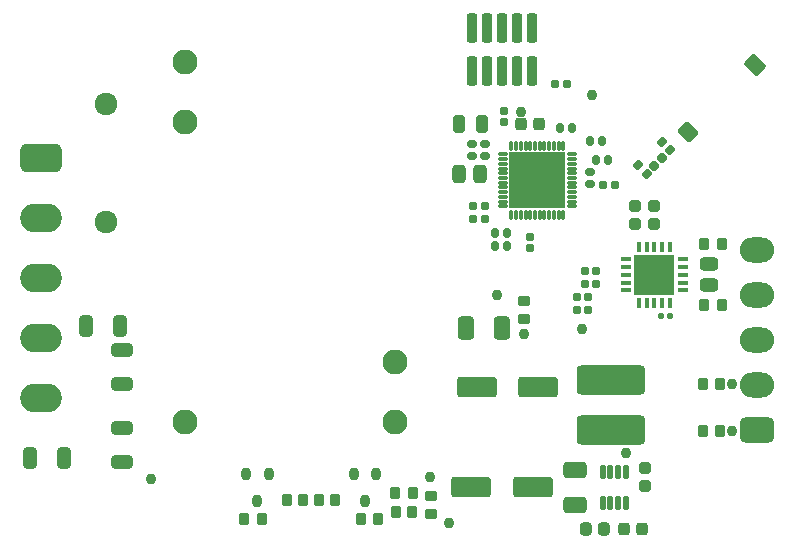
<source format=gts>
G04 Layer_Color=8388736*
%FSLAX44Y44*%
%MOMM*%
G71*
G01*
G75*
%ADD74C,0.9200*%
G04:AMPARAMS|DCode=75|XSize=0.72mm|YSize=0.72mm|CornerRadius=0.135mm|HoleSize=0mm|Usage=FLASHONLY|Rotation=90.000|XOffset=0mm|YOffset=0mm|HoleType=Round|Shape=RoundedRectangle|*
%AMROUNDEDRECTD75*
21,1,0.7200,0.4500,0,0,90.0*
21,1,0.4500,0.7200,0,0,90.0*
1,1,0.2700,0.2250,0.2250*
1,1,0.2700,0.2250,-0.2250*
1,1,0.2700,-0.2250,-0.2250*
1,1,0.2700,-0.2250,0.2250*
%
%ADD75ROUNDEDRECTD75*%
G04:AMPARAMS|DCode=76|XSize=0.77mm|YSize=0.97mm|CornerRadius=0.2225mm|HoleSize=0mm|Usage=FLASHONLY|Rotation=0.000|XOffset=0mm|YOffset=0mm|HoleType=Round|Shape=RoundedRectangle|*
%AMROUNDEDRECTD76*
21,1,0.7700,0.5250,0,0,0.0*
21,1,0.3250,0.9700,0,0,0.0*
1,1,0.4450,0.1625,-0.2625*
1,1,0.4450,-0.1625,-0.2625*
1,1,0.4450,-0.1625,0.2625*
1,1,0.4450,0.1625,0.2625*
%
%ADD76ROUNDEDRECTD76*%
G04:AMPARAMS|DCode=77|XSize=2.52mm|YSize=0.92mm|CornerRadius=0.26mm|HoleSize=0mm|Usage=FLASHONLY|Rotation=270.000|XOffset=0mm|YOffset=0mm|HoleType=Round|Shape=RoundedRectangle|*
%AMROUNDEDRECTD77*
21,1,2.5200,0.4000,0,0,270.0*
21,1,2.0000,0.9200,0,0,270.0*
1,1,0.5200,-0.2000,-1.0000*
1,1,0.5200,-0.2000,1.0000*
1,1,0.5200,0.2000,1.0000*
1,1,0.5200,0.2000,-1.0000*
%
%ADD77ROUNDEDRECTD77*%
G04:AMPARAMS|DCode=78|XSize=0.4mm|YSize=0.9mm|CornerRadius=0.095mm|HoleSize=0mm|Usage=FLASHONLY|Rotation=270.000|XOffset=0mm|YOffset=0mm|HoleType=Round|Shape=RoundedRectangle|*
%AMROUNDEDRECTD78*
21,1,0.4000,0.7100,0,0,270.0*
21,1,0.2100,0.9000,0,0,270.0*
1,1,0.1900,-0.3550,-0.1050*
1,1,0.1900,-0.3550,0.1050*
1,1,0.1900,0.3550,0.1050*
1,1,0.1900,0.3550,-0.1050*
%
%ADD78ROUNDEDRECTD78*%
G04:AMPARAMS|DCode=79|XSize=0.4mm|YSize=0.9mm|CornerRadius=0.095mm|HoleSize=0mm|Usage=FLASHONLY|Rotation=180.000|XOffset=0mm|YOffset=0mm|HoleType=Round|Shape=RoundedRectangle|*
%AMROUNDEDRECTD79*
21,1,0.4000,0.7100,0,0,180.0*
21,1,0.2100,0.9000,0,0,180.0*
1,1,0.1900,-0.1050,0.3550*
1,1,0.1900,0.1050,0.3550*
1,1,0.1900,0.1050,-0.3550*
1,1,0.1900,-0.1050,-0.3550*
%
%ADD79ROUNDEDRECTD79*%
%ADD80R,3.3500X3.3500*%
G04:AMPARAMS|DCode=81|XSize=0.48mm|YSize=1.16mm|CornerRadius=0.135mm|HoleSize=0mm|Usage=FLASHONLY|Rotation=0.000|XOffset=0mm|YOffset=0mm|HoleType=Round|Shape=RoundedRectangle|*
%AMROUNDEDRECTD81*
21,1,0.4800,0.8900,0,0,0.0*
21,1,0.2100,1.1600,0,0,0.0*
1,1,0.2700,0.1050,-0.4450*
1,1,0.2700,-0.1050,-0.4450*
1,1,0.2700,-0.1050,0.4450*
1,1,0.2700,0.1050,0.4450*
%
%ADD81ROUNDEDRECTD81*%
G04:AMPARAMS|DCode=82|XSize=1.02mm|YSize=0.92mm|CornerRadius=0.26mm|HoleSize=0mm|Usage=FLASHONLY|Rotation=90.000|XOffset=0mm|YOffset=0mm|HoleType=Round|Shape=RoundedRectangle|*
%AMROUNDEDRECTD82*
21,1,1.0200,0.4000,0,0,90.0*
21,1,0.5000,0.9200,0,0,90.0*
1,1,0.5200,0.2000,0.2500*
1,1,0.5200,0.2000,-0.2500*
1,1,0.5200,-0.2000,-0.2500*
1,1,0.5200,-0.2000,0.2500*
%
%ADD82ROUNDEDRECTD82*%
G04:AMPARAMS|DCode=83|XSize=0.72mm|YSize=0.72mm|CornerRadius=0.135mm|HoleSize=0mm|Usage=FLASHONLY|Rotation=135.000|XOffset=0mm|YOffset=0mm|HoleType=Round|Shape=RoundedRectangle|*
%AMROUNDEDRECTD83*
21,1,0.7200,0.4500,0,0,135.0*
21,1,0.4500,0.7200,0,0,135.0*
1,1,0.2700,0.0000,0.3182*
1,1,0.2700,0.3182,0.0000*
1,1,0.2700,0.0000,-0.3182*
1,1,0.2700,-0.3182,0.0000*
%
%ADD83ROUNDEDRECTD83*%
G04:AMPARAMS|DCode=84|XSize=0.72mm|YSize=0.72mm|CornerRadius=0.135mm|HoleSize=0mm|Usage=FLASHONLY|Rotation=180.000|XOffset=0mm|YOffset=0mm|HoleType=Round|Shape=RoundedRectangle|*
%AMROUNDEDRECTD84*
21,1,0.7200,0.4500,0,0,180.0*
21,1,0.4500,0.7200,0,0,180.0*
1,1,0.2700,-0.2250,0.2250*
1,1,0.2700,0.2250,0.2250*
1,1,0.2700,0.2250,-0.2250*
1,1,0.2700,-0.2250,-0.2250*
%
%ADD84ROUNDEDRECTD84*%
G04:AMPARAMS|DCode=85|XSize=1.82mm|YSize=1.17mm|CornerRadius=0.3225mm|HoleSize=0mm|Usage=FLASHONLY|Rotation=0.000|XOffset=0mm|YOffset=0mm|HoleType=Round|Shape=RoundedRectangle|*
%AMROUNDEDRECTD85*
21,1,1.8200,0.5250,0,0,0.0*
21,1,1.1750,1.1700,0,0,0.0*
1,1,0.6450,0.5875,-0.2625*
1,1,0.6450,-0.5875,-0.2625*
1,1,0.6450,-0.5875,0.2625*
1,1,0.6450,0.5875,0.2625*
%
%ADD85ROUNDEDRECTD85*%
G04:AMPARAMS|DCode=86|XSize=1.82mm|YSize=1.17mm|CornerRadius=0.3225mm|HoleSize=0mm|Usage=FLASHONLY|Rotation=90.000|XOffset=0mm|YOffset=0mm|HoleType=Round|Shape=RoundedRectangle|*
%AMROUNDEDRECTD86*
21,1,1.8200,0.5250,0,0,90.0*
21,1,1.1750,1.1700,0,0,90.0*
1,1,0.6450,0.2625,0.5875*
1,1,0.6450,0.2625,-0.5875*
1,1,0.6450,-0.2625,-0.5875*
1,1,0.6450,-0.2625,0.5875*
%
%ADD86ROUNDEDRECTD86*%
G04:AMPARAMS|DCode=87|XSize=1.02mm|YSize=0.92mm|CornerRadius=0.26mm|HoleSize=0mm|Usage=FLASHONLY|Rotation=180.000|XOffset=0mm|YOffset=0mm|HoleType=Round|Shape=RoundedRectangle|*
%AMROUNDEDRECTD87*
21,1,1.0200,0.4000,0,0,180.0*
21,1,0.5000,0.9200,0,0,180.0*
1,1,0.5200,-0.2500,0.2000*
1,1,0.5200,0.2500,0.2000*
1,1,0.5200,0.2500,-0.2000*
1,1,0.5200,-0.2500,-0.2000*
%
%ADD87ROUNDEDRECTD87*%
G04:AMPARAMS|DCode=88|XSize=1.12mm|YSize=1.02mm|CornerRadius=0.285mm|HoleSize=0mm|Usage=FLASHONLY|Rotation=90.000|XOffset=0mm|YOffset=0mm|HoleType=Round|Shape=RoundedRectangle|*
%AMROUNDEDRECTD88*
21,1,1.1200,0.4500,0,0,90.0*
21,1,0.5500,1.0200,0,0,90.0*
1,1,0.5700,0.2250,0.2750*
1,1,0.5700,0.2250,-0.2750*
1,1,0.5700,-0.2250,-0.2750*
1,1,0.5700,-0.2250,0.2750*
%
%ADD88ROUNDEDRECTD88*%
G04:AMPARAMS|DCode=89|XSize=0.74mm|YSize=0.68mm|CornerRadius=0.2mm|HoleSize=0mm|Usage=FLASHONLY|Rotation=0.000|XOffset=0mm|YOffset=0mm|HoleType=Round|Shape=RoundedRectangle|*
%AMROUNDEDRECTD89*
21,1,0.7400,0.2800,0,0,0.0*
21,1,0.3400,0.6800,0,0,0.0*
1,1,0.4000,0.1700,-0.1400*
1,1,0.4000,-0.1700,-0.1400*
1,1,0.4000,-0.1700,0.1400*
1,1,0.4000,0.1700,0.1400*
%
%ADD89ROUNDEDRECTD89*%
G04:AMPARAMS|DCode=90|XSize=1.54mm|YSize=1.01mm|CornerRadius=0.2825mm|HoleSize=0mm|Usage=FLASHONLY|Rotation=270.000|XOffset=0mm|YOffset=0mm|HoleType=Round|Shape=RoundedRectangle|*
%AMROUNDEDRECTD90*
21,1,1.5400,0.4450,0,0,270.0*
21,1,0.9750,1.0100,0,0,270.0*
1,1,0.5650,-0.2225,-0.4875*
1,1,0.5650,-0.2225,0.4875*
1,1,0.5650,0.2225,0.4875*
1,1,0.5650,0.2225,-0.4875*
%
%ADD90ROUNDEDRECTD90*%
G04:AMPARAMS|DCode=91|XSize=0.74mm|YSize=0.68mm|CornerRadius=0.2mm|HoleSize=0mm|Usage=FLASHONLY|Rotation=90.000|XOffset=0mm|YOffset=0mm|HoleType=Round|Shape=RoundedRectangle|*
%AMROUNDEDRECTD91*
21,1,0.7400,0.2800,0,0,90.0*
21,1,0.3400,0.6800,0,0,90.0*
1,1,0.4000,0.1400,0.1700*
1,1,0.4000,0.1400,-0.1700*
1,1,0.4000,-0.1400,-0.1700*
1,1,0.4000,-0.1400,0.1700*
%
%ADD91ROUNDEDRECTD91*%
G04:AMPARAMS|DCode=92|XSize=5.82mm|YSize=2.47mm|CornerRadius=0.3538mm|HoleSize=0mm|Usage=FLASHONLY|Rotation=180.000|XOffset=0mm|YOffset=0mm|HoleType=Round|Shape=RoundedRectangle|*
%AMROUNDEDRECTD92*
21,1,5.8200,1.7625,0,0,180.0*
21,1,5.1125,2.4700,0,0,180.0*
1,1,0.7075,-2.5562,0.8812*
1,1,0.7075,2.5562,0.8812*
1,1,0.7075,2.5562,-0.8812*
1,1,0.7075,-2.5562,-0.8812*
%
%ADD92ROUNDEDRECTD92*%
%ADD93R,4.7000X4.7000*%
G04:AMPARAMS|DCode=94|XSize=0.3mm|YSize=0.8mm|CornerRadius=0.1mm|HoleSize=0mm|Usage=FLASHONLY|Rotation=0.000|XOffset=0mm|YOffset=0mm|HoleType=Round|Shape=RoundedRectangle|*
%AMROUNDEDRECTD94*
21,1,0.3000,0.6000,0,0,0.0*
21,1,0.1000,0.8000,0,0,0.0*
1,1,0.2000,0.0500,-0.3000*
1,1,0.2000,-0.0500,-0.3000*
1,1,0.2000,-0.0500,0.3000*
1,1,0.2000,0.0500,0.3000*
%
%ADD94ROUNDEDRECTD94*%
G04:AMPARAMS|DCode=95|XSize=0.3mm|YSize=0.8mm|CornerRadius=0.1mm|HoleSize=0mm|Usage=FLASHONLY|Rotation=90.000|XOffset=0mm|YOffset=0mm|HoleType=Round|Shape=RoundedRectangle|*
%AMROUNDEDRECTD95*
21,1,0.3000,0.6000,0,0,90.0*
21,1,0.1000,0.8000,0,0,90.0*
1,1,0.2000,0.3000,0.0500*
1,1,0.2000,0.3000,-0.0500*
1,1,0.2000,-0.3000,-0.0500*
1,1,0.2000,-0.3000,0.0500*
%
%ADD95ROUNDEDRECTD95*%
G04:AMPARAMS|DCode=96|XSize=1.07mm|YSize=0.97mm|CornerRadius=0.2725mm|HoleSize=0mm|Usage=FLASHONLY|Rotation=180.000|XOffset=0mm|YOffset=0mm|HoleType=Round|Shape=RoundedRectangle|*
%AMROUNDEDRECTD96*
21,1,1.0700,0.4250,0,0,180.0*
21,1,0.5250,0.9700,0,0,180.0*
1,1,0.5450,-0.2625,0.2125*
1,1,0.5450,0.2625,0.2125*
1,1,0.5450,0.2625,-0.2125*
1,1,0.5450,-0.2625,-0.2125*
%
%ADD96ROUNDEDRECTD96*%
G04:AMPARAMS|DCode=97|XSize=1.57mm|YSize=1.12mm|CornerRadius=0.31mm|HoleSize=0mm|Usage=FLASHONLY|Rotation=180.000|XOffset=0mm|YOffset=0mm|HoleType=Round|Shape=RoundedRectangle|*
%AMROUNDEDRECTD97*
21,1,1.5700,0.5000,0,0,180.0*
21,1,0.9500,1.1200,0,0,180.0*
1,1,0.6200,-0.4750,0.2500*
1,1,0.6200,0.4750,0.2500*
1,1,0.6200,0.4750,-0.2500*
1,1,0.6200,-0.4750,-0.2500*
%
%ADD97ROUNDEDRECTD97*%
G04:AMPARAMS|DCode=98|XSize=0.77mm|YSize=0.67mm|CornerRadius=0.1975mm|HoleSize=0mm|Usage=FLASHONLY|Rotation=90.000|XOffset=0mm|YOffset=0mm|HoleType=Round|Shape=RoundedRectangle|*
%AMROUNDEDRECTD98*
21,1,0.7700,0.2750,0,0,90.0*
21,1,0.3750,0.6700,0,0,90.0*
1,1,0.3950,0.1375,0.1875*
1,1,0.3950,0.1375,-0.1875*
1,1,0.3950,-0.1375,-0.1875*
1,1,0.3950,-0.1375,0.1875*
%
%ADD98ROUNDEDRECTD98*%
G04:AMPARAMS|DCode=99|XSize=1.57mm|YSize=1.12mm|CornerRadius=0.31mm|HoleSize=0mm|Usage=FLASHONLY|Rotation=270.000|XOffset=0mm|YOffset=0mm|HoleType=Round|Shape=RoundedRectangle|*
%AMROUNDEDRECTD99*
21,1,1.5700,0.5000,0,0,270.0*
21,1,0.9500,1.1200,0,0,270.0*
1,1,0.6200,-0.2500,-0.4750*
1,1,0.6200,-0.2500,0.4750*
1,1,0.6200,0.2500,0.4750*
1,1,0.6200,0.2500,-0.4750*
%
%ADD99ROUNDEDRECTD99*%
G04:AMPARAMS|DCode=100|XSize=0.77mm|YSize=0.67mm|CornerRadius=0.1975mm|HoleSize=0mm|Usage=FLASHONLY|Rotation=0.000|XOffset=0mm|YOffset=0mm|HoleType=Round|Shape=RoundedRectangle|*
%AMROUNDEDRECTD100*
21,1,0.7700,0.2750,0,0,0.0*
21,1,0.3750,0.6700,0,0,0.0*
1,1,0.3950,0.1875,-0.1375*
1,1,0.3950,-0.1875,-0.1375*
1,1,0.3950,-0.1875,0.1375*
1,1,0.3950,0.1875,0.1375*
%
%ADD100ROUNDEDRECTD100*%
G04:AMPARAMS|DCode=101|XSize=1.07mm|YSize=0.97mm|CornerRadius=0.2725mm|HoleSize=0mm|Usage=FLASHONLY|Rotation=90.000|XOffset=0mm|YOffset=0mm|HoleType=Round|Shape=RoundedRectangle|*
%AMROUNDEDRECTD101*
21,1,1.0700,0.4250,0,0,90.0*
21,1,0.5250,0.9700,0,0,90.0*
1,1,0.5450,0.2125,0.2625*
1,1,0.5450,0.2125,-0.2625*
1,1,0.5450,-0.2125,-0.2625*
1,1,0.5450,-0.2125,0.2625*
%
%ADD101ROUNDEDRECTD101*%
G04:AMPARAMS|DCode=102|XSize=0.77mm|YSize=0.67mm|CornerRadius=0.1975mm|HoleSize=0mm|Usage=FLASHONLY|Rotation=225.000|XOffset=0mm|YOffset=0mm|HoleType=Round|Shape=RoundedRectangle|*
%AMROUNDEDRECTD102*
21,1,0.7700,0.2750,0,0,225.0*
21,1,0.3750,0.6700,0,0,225.0*
1,1,0.3950,-0.2298,-0.0353*
1,1,0.3950,0.0353,0.2298*
1,1,0.3950,0.2298,0.0353*
1,1,0.3950,-0.0353,-0.2298*
%
%ADD102ROUNDEDRECTD102*%
G04:AMPARAMS|DCode=103|XSize=1.77mm|YSize=3.47mm|CornerRadius=0.39mm|HoleSize=0mm|Usage=FLASHONLY|Rotation=270.000|XOffset=0mm|YOffset=0mm|HoleType=Round|Shape=RoundedRectangle|*
%AMROUNDEDRECTD103*
21,1,1.7700,2.6900,0,0,270.0*
21,1,0.9900,3.4700,0,0,270.0*
1,1,0.7800,-1.3450,-0.4950*
1,1,0.7800,-1.3450,0.4950*
1,1,0.7800,1.3450,0.4950*
1,1,0.7800,1.3450,-0.4950*
%
%ADD103ROUNDEDRECTD103*%
G04:AMPARAMS|DCode=104|XSize=2.02mm|YSize=1.42mm|CornerRadius=0.385mm|HoleSize=0mm|Usage=FLASHONLY|Rotation=270.000|XOffset=0mm|YOffset=0mm|HoleType=Round|Shape=RoundedRectangle|*
%AMROUNDEDRECTD104*
21,1,2.0200,0.6500,0,0,270.0*
21,1,1.2500,1.4200,0,0,270.0*
1,1,0.7700,-0.3250,-0.6250*
1,1,0.7700,-0.3250,0.6250*
1,1,0.7700,0.3250,0.6250*
1,1,0.7700,0.3250,-0.6250*
%
%ADD104ROUNDEDRECTD104*%
G04:AMPARAMS|DCode=105|XSize=2.02mm|YSize=1.42mm|CornerRadius=0.385mm|HoleSize=0mm|Usage=FLASHONLY|Rotation=180.000|XOffset=0mm|YOffset=0mm|HoleType=Round|Shape=RoundedRectangle|*
%AMROUNDEDRECTD105*
21,1,2.0200,0.6500,0,0,180.0*
21,1,1.2500,1.4200,0,0,180.0*
1,1,0.7700,-0.6250,0.3250*
1,1,0.7700,0.6250,0.3250*
1,1,0.7700,0.6250,-0.3250*
1,1,0.7700,-0.6250,-0.3250*
%
%ADD105ROUNDEDRECTD105*%
G04:AMPARAMS|DCode=106|XSize=1.3mm|YSize=1.6mm|CornerRadius=0.23mm|HoleSize=0mm|Usage=FLASHONLY|Rotation=225.000|XOffset=0mm|YOffset=0mm|HoleType=Round|Shape=RoundedRectangle|*
%AMROUNDEDRECTD106*
21,1,1.3000,1.1400,0,0,225.0*
21,1,0.8400,1.6000,0,0,225.0*
1,1,0.4600,-0.7000,0.1061*
1,1,0.4600,-0.1061,0.7000*
1,1,0.4600,0.7000,-0.1061*
1,1,0.4600,0.1061,-0.7000*
%
%ADD106ROUNDEDRECTD106*%
G04:AMPARAMS|DCode=107|XSize=1.3mm|YSize=1.5mm|CornerRadius=0.26mm|HoleSize=0mm|Usage=FLASHONLY|Rotation=225.000|XOffset=0mm|YOffset=0mm|HoleType=Round|Shape=RoundedRectangle|*
%AMROUNDEDRECTD107*
21,1,1.3000,0.9800,0,0,225.0*
21,1,0.7800,1.5000,0,0,225.0*
1,1,0.5200,-0.6223,0.0707*
1,1,0.5200,-0.0707,0.6223*
1,1,0.5200,0.6223,-0.0707*
1,1,0.5200,0.0707,-0.6223*
%
%ADD107ROUNDEDRECTD107*%
G04:AMPARAMS|DCode=108|XSize=2.42mm|YSize=3.52mm|CornerRadius=0.52mm|HoleSize=0mm|Usage=FLASHONLY|Rotation=270.000|XOffset=0mm|YOffset=0mm|HoleType=Round|Shape=RoundedRectangle|*
%AMROUNDEDRECTD108*
21,1,2.4200,2.4800,0,0,270.0*
21,1,1.3800,3.5200,0,0,270.0*
1,1,1.0400,-1.2400,-0.6900*
1,1,1.0400,-1.2400,0.6900*
1,1,1.0400,1.2400,0.6900*
1,1,1.0400,1.2400,-0.6900*
%
%ADD108ROUNDEDRECTD108*%
%ADD109O,3.5200X2.4200*%
G04:AMPARAMS|DCode=110|XSize=2.12mm|YSize=2.92mm|CornerRadius=0.46mm|HoleSize=0mm|Usage=FLASHONLY|Rotation=90.000|XOffset=0mm|YOffset=0mm|HoleType=Round|Shape=RoundedRectangle|*
%AMROUNDEDRECTD110*
21,1,2.1200,2.0000,0,0,90.0*
21,1,1.2000,2.9200,0,0,90.0*
1,1,0.9200,1.0000,0.6000*
1,1,0.9200,1.0000,-0.6000*
1,1,0.9200,-1.0000,-0.6000*
1,1,0.9200,-1.0000,0.6000*
%
%ADD110ROUNDEDRECTD110*%
%ADD111O,2.9200X2.1200*%
%ADD112C,2.1200*%
%ADD113C,1.9200*%
%ADD114C,0.1200*%
%ADD115C,0.5700*%
D74*
X441500Y368000D02*
D03*
X420500Y213000D02*
D03*
X380500Y20000D02*
D03*
X364500Y59000D02*
D03*
X444000Y179500D02*
D03*
X530500Y79500D02*
D03*
X493000Y184000D02*
D03*
X127500Y57500D02*
D03*
X619500Y98000D02*
D03*
X620000Y137500D02*
D03*
X501500Y382000D02*
D03*
D75*
X400700Y277500D02*
D03*
X410300D02*
D03*
X400700Y288500D02*
D03*
X410300D02*
D03*
X497798Y200492D02*
D03*
X488198D02*
D03*
X497798Y211495D02*
D03*
X488198D02*
D03*
X495197Y222498D02*
D03*
X504797D02*
D03*
Y233500D02*
D03*
X495197D02*
D03*
X479800Y392000D02*
D03*
X470200D02*
D03*
D76*
X309000Y38750D02*
D03*
X318500Y61250D02*
D03*
X299500D02*
D03*
X208500D02*
D03*
X227500D02*
D03*
X218000Y38750D02*
D03*
D77*
X399600Y403000D02*
D03*
Y439000D02*
D03*
X412300Y403000D02*
D03*
Y439000D02*
D03*
X425000Y403000D02*
D03*
Y439000D02*
D03*
X437700Y403000D02*
D03*
Y439000D02*
D03*
X450400Y403000D02*
D03*
Y439000D02*
D03*
D78*
X578000Y217000D02*
D03*
Y223500D02*
D03*
Y230000D02*
D03*
Y236500D02*
D03*
Y243000D02*
D03*
X530000D02*
D03*
Y236500D02*
D03*
Y230000D02*
D03*
Y223500D02*
D03*
Y217000D02*
D03*
D79*
X567000Y254000D02*
D03*
X560500D02*
D03*
X554000D02*
D03*
X547500D02*
D03*
X541000D02*
D03*
Y206000D02*
D03*
X547500D02*
D03*
X554000D02*
D03*
X560500D02*
D03*
X567000D02*
D03*
D80*
X554000Y230000D02*
D03*
D81*
X516750Y37000D02*
D03*
X529750D02*
D03*
X523250D02*
D03*
X510250D02*
D03*
X529750Y63000D02*
D03*
X510250Y63000D02*
D03*
X516750D02*
D03*
X523250Y63000D02*
D03*
D82*
X611497Y256000D02*
D03*
X596497D02*
D03*
X611497Y204498D02*
D03*
X596497D02*
D03*
X221500Y23000D02*
D03*
X206500D02*
D03*
X305500D02*
D03*
X320500D02*
D03*
X595000Y137500D02*
D03*
X610000D02*
D03*
X595000Y97500D02*
D03*
X610000D02*
D03*
X349500Y45503D02*
D03*
X334500D02*
D03*
X257000Y39000D02*
D03*
X243000D02*
D03*
X284000D02*
D03*
X270000D02*
D03*
X335000Y29000D02*
D03*
X349000D02*
D03*
D83*
X560894Y328794D02*
D03*
X554106Y322006D02*
D03*
D84*
X449000Y252700D02*
D03*
Y262300D02*
D03*
D85*
X103000Y100250D02*
D03*
Y71750D02*
D03*
X103000Y166250D02*
D03*
Y137750D02*
D03*
D86*
X54250Y75000D02*
D03*
X25750D02*
D03*
X101753Y187000D02*
D03*
X73253D02*
D03*
D87*
X444000Y192500D02*
D03*
X444000Y207500D02*
D03*
X365000Y42500D02*
D03*
Y27500D02*
D03*
D88*
X496500Y15000D02*
D03*
X511500D02*
D03*
D89*
X427000Y369000D02*
D03*
Y359000D02*
D03*
D90*
X408097Y357505D02*
D03*
X388897D02*
D03*
D91*
X520500Y306400D02*
D03*
X510500D02*
D03*
D92*
X517500Y99000D02*
D03*
X517500Y141000D02*
D03*
D93*
X455000Y310000D02*
D03*
D94*
X433000Y339000D02*
D03*
X437000D02*
D03*
X441000D02*
D03*
X445000D02*
D03*
X449000D02*
D03*
X453000D02*
D03*
X457000D02*
D03*
X461000D02*
D03*
X465000D02*
D03*
X469000D02*
D03*
X473000D02*
D03*
X477000D02*
D03*
X477000Y281000D02*
D03*
X473000D02*
D03*
X469000D02*
D03*
X465000D02*
D03*
X461000D02*
D03*
X457000D02*
D03*
X453000D02*
D03*
X449000D02*
D03*
X445000D02*
D03*
X441000D02*
D03*
X437000D02*
D03*
X433000D02*
D03*
D95*
X484000Y332000D02*
D03*
Y328000D02*
D03*
Y324000D02*
D03*
Y320000D02*
D03*
Y316000D02*
D03*
Y312000D02*
D03*
Y308000D02*
D03*
Y304000D02*
D03*
Y300000D02*
D03*
Y296000D02*
D03*
Y292000D02*
D03*
Y288000D02*
D03*
X426000Y288000D02*
D03*
Y292000D02*
D03*
Y296000D02*
D03*
Y300000D02*
D03*
Y304000D02*
D03*
Y308000D02*
D03*
Y312000D02*
D03*
X426000Y316000D02*
D03*
X426000Y320000D02*
D03*
Y324000D02*
D03*
Y328000D02*
D03*
Y332000D02*
D03*
D96*
X537998Y273002D02*
D03*
X537998Y288002D02*
D03*
X554000D02*
D03*
Y273002D02*
D03*
X546000Y51500D02*
D03*
Y66500D02*
D03*
D97*
X600000Y239000D02*
D03*
Y221000D02*
D03*
D98*
X505000Y327503D02*
D03*
X515000D02*
D03*
X509500Y343500D02*
D03*
X499500D02*
D03*
X474000Y354502D02*
D03*
X484000D02*
D03*
X419000Y254495D02*
D03*
X429000D02*
D03*
X419000Y265497D02*
D03*
X429000D02*
D03*
D99*
X406500Y315000D02*
D03*
X388500D02*
D03*
D100*
X410498Y331003D02*
D03*
Y341003D02*
D03*
X399495Y331003D02*
D03*
Y341003D02*
D03*
X499500Y316800D02*
D03*
Y306800D02*
D03*
D101*
X441500Y358000D02*
D03*
X456500D02*
D03*
X543503Y15000D02*
D03*
X528503D02*
D03*
D102*
X560465Y342536D02*
D03*
X567536Y335465D02*
D03*
X540664Y322735D02*
D03*
X547735Y315665D02*
D03*
D103*
X404000Y135000D02*
D03*
X456000D02*
D03*
X399000Y50000D02*
D03*
X451000Y50000D02*
D03*
D104*
X425000Y185000D02*
D03*
X395000D02*
D03*
D105*
X486502Y65000D02*
D03*
X486502Y35000D02*
D03*
D106*
X639284Y407284D02*
D03*
D107*
X582716Y350716D02*
D03*
D108*
X35000Y328600D02*
D03*
D109*
Y227000D02*
D03*
Y277800D02*
D03*
Y176200D02*
D03*
Y125400D02*
D03*
D110*
X641000Y98800D02*
D03*
D111*
Y175000D02*
D03*
Y136900D02*
D03*
Y213100D02*
D03*
Y251200D02*
D03*
D112*
X157100Y410400D02*
D03*
Y359600D02*
D03*
Y105600D02*
D03*
X334900Y156400D02*
D03*
Y105600D02*
D03*
D113*
X90000Y375000D02*
D03*
Y275000D02*
D03*
D114*
X87000Y421500D02*
D03*
X587000Y31500D02*
D03*
X87000D02*
D03*
D115*
X560000Y195000D02*
D03*
X567500D02*
D03*
M02*

</source>
